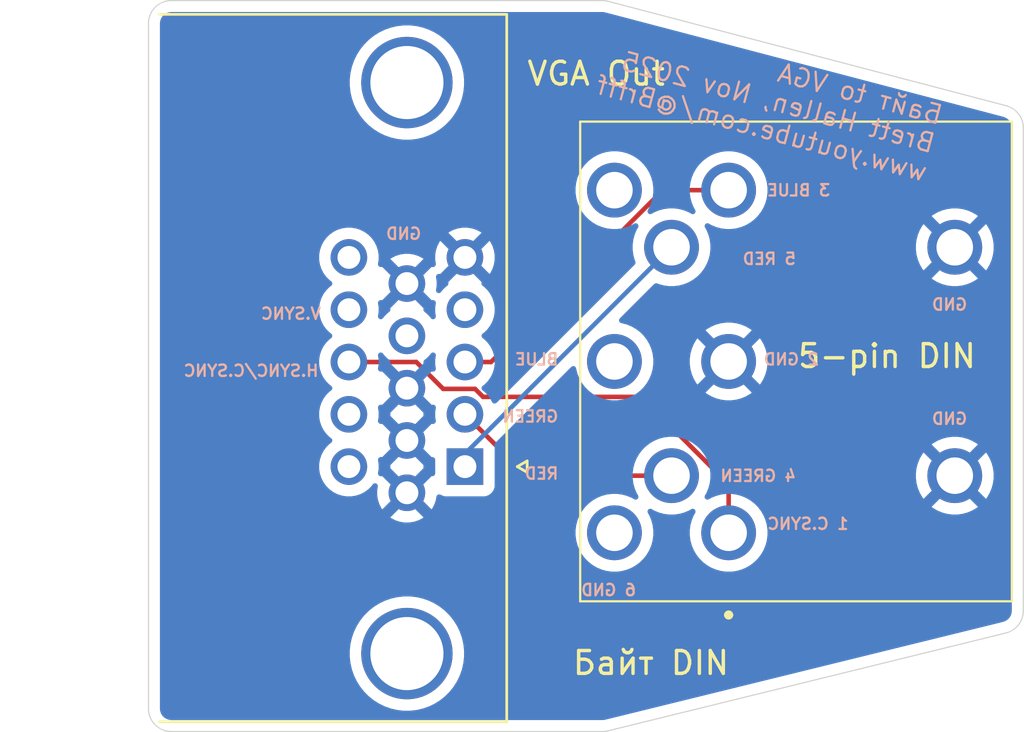
<source format=kicad_pcb>
(kicad_pcb (version 20241229) (generator "pcbnew") (generator_version "9.0")
  (title_block (title "Belarus Байт DIN to VGA") (date "20/NOV/2025") (rev "A") (company "Brett Hallen") (comment 1 "www.youtube.com/@Brfff"))
  (layers (0 "F.Cu" signal) (2 "B.Cu" signal) (13 "F.Paste" user) (15 "B.Paste" user) (5 "F.SilkS" user "F.Silkscreen") (7 "B.SilkS" user "B.Silkscreen") (1 "F.Mask" user) (3 "B.Mask" user) (25 "Edge.Cuts" user))
  (net 0 "")
  (net 5 "GND")
  (net 6 "RED")
  (net 7 "H.SYNC{slash}C.SYNC")
  (net 8 "BLUE")
  (net 11 "GREEN")
  (footprint "Connector_Dsub:DSUB-15-HD_Socket_Horizontal_P2.29x2.54mm_EdgePinOffset8.35mm_Housed_MountingHolesOffset10.89mm" (layer "F.Cu") (at 112.855 85.404338 -90)
    (property "Reference" "J1" (hide yes))
    (property "Value" "VGA Out" (at -17.204338 -5.745 180) (layer "F.SilkS"))
    (fp_line (start -19.8 13.37) (end -19.8 -1.83) (stroke (width 0.12)) (layer "F.SilkS"))
    (fp_line (start -19.8 -1.83) (end 11.17 -1.83) (stroke (width 0.12)) (layer "F.SilkS"))
    (fp_line (start 11.17 -1.83) (end 11.17 13.37) (stroke (width 0.12)) (layer "F.SilkS"))
    (fp_line (start 0 -2.291325) (end -0.25 -2.724338) (stroke (width 0.12)) (layer "F.SilkS"))
    (fp_line (start -0.25 -2.724338) (end 0.25 -2.724338) (stroke (width 0.12)) (layer "F.SilkS"))
    (fp_line (start 0.25 -2.724338) (end 0 -2.291325) (stroke (width 0.12)) (layer "F.SilkS"))
    (pad "0" thru_hole circle (at -16.815 2.54 270) (size 4 4) (drill 3.2) (layers "*.Cu" "*.Mask"))
    (pad "0" thru_hole circle (at 8.185 2.54 270) (size 4 4) (drill 3.2) (layers "*.Cu" "*.Mask"))
    (pad "1" thru_hole rect (at 0 0 270) (size 1.6 1.6) (drill 1) (layers "*.Cu" "*.Mask") (net 6 "RED"))
    (pad "2" thru_hole circle (at -2.29 0 270) (size 1.6 1.6) (drill 1) (layers "*.Cu" "*.Mask") (net 11 "GREEN"))
    (pad "3" thru_hole circle (at -4.58 0 270) (size 1.6 1.6) (drill 1) (layers "*.Cu" "*.Mask") (net 8 "BLUE"))
    (pad "4" thru_hole circle (at -6.87 0 270) (size 1.6 1.6) (drill 1) (layers "*.Cu" "*.Mask"))
    (pad "5" thru_hole circle (at -9.16 0 270) (size 1.6 1.6) (drill 1) (layers "*.Cu" "*.Mask") (net 5 "GND"))
    (pad "6" thru_hole circle (at 1.145 2.54 270) (size 1.6 1.6) (drill 1) (layers "*.Cu" "*.Mask") (net 5 "GND"))
    (pad "7" thru_hole circle (at -1.145 2.54 270) (size 1.6 1.6) (drill 1) (layers "*.Cu" "*.Mask") (net 5 "GND"))
    (pad "8" thru_hole circle (at -3.435 2.54 270) (size 1.6 1.6) (drill 1) (layers "*.Cu" "*.Mask") (net 5 "GND"))
    (pad "9" thru_hole circle (at -5.725 2.54 270) (size 1.6 1.6) (drill 1) (layers "*.Cu" "*.Mask"))
    (pad "10" thru_hole circle (at -8.015 2.54 270) (size 1.6 1.6) (drill 1) (layers "*.Cu" "*.Mask") (net 5 "GND"))
    (pad "11" thru_hole circle (at 0 5.08 270) (size 1.6 1.6) (drill 1) (layers "*.Cu" "*.Mask"))
    (pad "12" thru_hole circle (at -2.29 5.08 270) (size 1.6 1.6) (drill 1) (layers "*.Cu" "*.Mask"))
    (pad "13" thru_hole circle (at -4.58 5.08 270) (size 1.6 1.6) (drill 1) (layers "*.Cu" "*.Mask") (net 7 "H.SYNC{slash}C.SYNC"))
    (pad "14" thru_hole circle (at -6.87 5.08 270) (size 1.6 1.6) (drill 1) (layers "*.Cu" "*.Mask"))
    (pad "15" thru_hole circle (at -9.16 5.08 270) (size 1.6 1.6) (drill 1) (layers "*.Cu" "*.Mask"))
  )
  (footprint "Clueless_Engineer:6710801" (layer "F.Cu") (at 124.4 88.3 -90)
    (property "Reference" "J2" (hide yes))
    (property "Value" "Байт DIN" (hide yes))
    (fp_line (start -18 6.5) (end -18 -12.4) (stroke (width 0.1)) (layer "F.SilkS"))
    (fp_line (start 3 6.5) (end -18 6.5) (stroke (width 0.1)) (layer "F.SilkS"))
    (fp_line (start 3.6 0.1) (end 3.6 0.1) (stroke (width 0.2)) (layer "F.SilkS"))
    (fp_line (start 3.6 -0.1) (end 3.6 -0.1) (stroke (width 0.2)) (layer "F.SilkS"))
    (fp_line (start -18 -12.4) (end 3 -12.4) (stroke (width 0.1)) (layer "F.SilkS"))
    (fp_line (start 3 -12.4) (end 3 6.5) (stroke (width 0.1)) (layer "F.SilkS"))
    (fp_arc (start 3.6 0.1) (mid 3.5 0) (end 3.6 -0.1) (stroke (width 0.2)) (layer "F.SilkS"))
    (fp_arc (start 3.6 -0.1) (mid 3.7 0) (end 3.6 0.1) (stroke (width 0.2)) (layer "F.SilkS"))
    (pad "1" thru_hole circle (at 0 0 270) (size 2.4 2.4) (drill 1.6) (layers "*.Cu" "*.Mask") (net 7 "H.SYNC{slash}C.SYNC"))
    (pad "2" thru_hole circle (at -7.5 0 270) (size 2.4 2.4) (drill 1.6) (layers "*.Cu" "*.Mask") (net 5 "GND"))
    (pad "3" thru_hole circle (at -15 0 270) (size 2.4 2.4) (drill 1.6) (layers "*.Cu" "*.Mask") (net 8 "BLUE"))
    (pad "4" thru_hole circle (at -2.5 2.5 270) (size 2.4 2.4) (drill 1.6) (layers "*.Cu" "*.Mask") (net 11 "GREEN"))
    (pad "5" thru_hole circle (at -12.5 2.5 270) (size 2.4 2.4) (drill 1.6) (layers "*.Cu" "*.Mask") (net 6 "RED"))
    (pad "6" thru_hole circle (at 0 5 270) (size 2.4 2.4) (drill 1.6) (layers "*.Cu" "*.Mask"))
    (pad "7" thru_hole circle (at -15 5 270) (size 2.4 2.4) (drill 1.6) (layers "*.Cu" "*.Mask"))
    (pad "8" thru_hole circle (at -7.5 5 270) (size 2.4 2.4) (drill 1.6) (layers "*.Cu" "*.Mask"))
    (pad "MH1" thru_hole circle (at -2.5 -9.9 270) (size 2.4 2.4) (drill 1.6) (layers "*.Cu" "*.Mask") (net 5 "GND"))
    (pad "MH2" thru_hole circle (at -12.5 -9.9 270) (size 2.4 2.4) (drill 1.6) (layers "*.Cu" "*.Mask") (net 5 "GND"))
  )
  (gr_arc (start 100 97) (mid 99.292893 96.707107) (end 99 96) (stroke (width 0.05)) (layer "Edge.Cuts"))
  (gr_arc (start 136.553713 69.604252) (mid 137.091743 69.960677) (end 137.3 70.571532) (stroke (width 0.05)) (layer "Edge.Cuts"))
  (gr_line (start 137.3 70.571532) (end 137.3 91.716112) (stroke (width 0.05)) (layer "Edge.Cuts"))
  (gr_line (start 118.878854 97) (end 100 97) (stroke (width 0.05)) (layer "Edge.Cuts"))
  (gr_arc (start 137.3 91.716112) (mid 137.087011 92.333039) (end 136.538788 92.687183) (stroke (width 0.05)) (layer "Edge.Cuts"))
  (gr_line (start 99 96) (end 99 66) (stroke (width 0.05)) (layer "Edge.Cuts"))
  (gr_arc (start 119.117642 96.971072) (mid 118.999121 96.992742) (end 118.878854 97) (stroke (width 0.05)) (layer "Edge.Cuts"))
  (gr_line (start 136.538788 92.687183) (end 119.117642 96.971072) (stroke (width 0.05)) (layer "Edge.Cuts"))
  (gr_line (start 100 65) (end 118.871034 65) (stroke (width 0.05)) (layer "Edge.Cuts"))
  (gr_arc (start 99 66) (mid 99.292893 65.292893) (end 100 65) (stroke (width 0.05)) (layer "Edge.Cuts"))
  (gr_line (start 119.124747 65.03272) (end 136.553713 69.604252) (stroke (width 0.05)) (layer "Edge.Cuts"))
  (gr_arc (start 118.871034 65) (mid 118.998941 65.008214) (end 119.124747 65.03272) (stroke (width 0.05)) (layer "Edge.Cuts"))
  (gr_text "5-pin DIN" (at 127.35 81.15 0) (layer "F.SilkS") (effects (font (size 1 1)) (justify left bottom)))
  (gr_text "Байт DIN" (at 121 94 0) (layer "F.SilkS") (effects (font (size 1 1))))
  (gr_text "Байт to VGA\nBrett Hallen, Nov 2025\nwww.youtube.com/@Brfff" (at 133 73 345) (layer "B.SilkS") (effects (font (size 0.8 0.8) (thickness 0.1)) (justify left bottom mirror)))
  (gr_text "6 GND" (at 120.4 91.1 0) (layer "B.SilkS") (effects (font (size 0.5 0.5) (thickness 0.1) (bold yes)) (justify left bottom mirror)))
  (gr_text "4 GREEN" (at 127.4 86.1 0) (layer "B.SilkS") (effects (font (size 0.5 0.5) (thickness 0.1) (bold yes)) (justify left bottom mirror)))
  (gr_text "GND" (at 134.9 78.6 0) (layer "B.SilkS") (effects (font (size 0.5 0.5) (thickness 0.1) (bold yes)) (justify left bottom mirror)))
  (gr_text "BLUE" (at 117 81 0) (layer "B.SilkS") (effects (font (size 0.5 0.5) (thickness 0.1) (bold yes)) (justify left bottom mirror)))
  (gr_text "RED" (at 117 86 0) (layer "B.SilkS") (effects (font (size 0.5 0.5) (thickness 0.1) (bold yes)) (justify left bottom mirror)))
  (gr_text "5 RED" (at 127.4 76.6 0) (layer "B.SilkS") (effects (font (size 0.5 0.5) (thickness 0.1) (bold yes)) (justify left bottom mirror)))
  (gr_text "2 GND" (at 128.4 81 0) (layer "B.SilkS") (effects (font (size 0.5 0.5) (thickness 0.1) (bold yes)) (justify left bottom mirror)))
  (gr_text "GND" (at 111 75.5 0) (layer "B.SilkS") (effects (font (size 0.5 0.5) (thickness 0.1) (bold yes)) (justify left bottom mirror)))
  (gr_text "V.SYNC" (at 106.6 79 0) (layer "B.SilkS") (effects (font (size 0.5 0.5) (thickness 0.1) (bold yes)) (justify left bottom mirror)))
  (gr_text "H.SYNC/C.SYNC" (at 106.5 81.5 0) (layer "B.SilkS") (effects (font (size 0.5 0.5) (thickness 0.1) (bold yes)) (justify left bottom mirror)))
  (gr_text "GREEN" (at 117 83.5 0) (layer "B.SilkS") (effects (font (size 0.5 0.5) (thickness 0.1) (bold yes)) (justify left bottom mirror)))
  (gr_text "1 C.SYNC" (at 129.7 88.2 0) (layer "B.SilkS") (effects (font (size 0.5 0.5) (thickness 0.1) (bold yes)) (justify left bottom mirror)))
  (gr_text "GND" (at 134.9 83.6 0) (layer "B.SilkS") (effects (font (size 0.5 0.5) (thickness 0.1) (bold yes)) (justify left bottom mirror)))
  (gr_text "3 BLUE" (at 128.9 73.6 0) (layer "B.SilkS") (effects (font (size 0.5 0.5) (thickness 0.1) (bold yes)) (justify left bottom mirror)))
  (segment (start 112.855 84.845) (end 112.855 85.404338) (width 0.2) (layer "B.Cu") (net 6))
  (segment (start 121.9 75.8) (end 112.855 84.845) (width 0.2) (layer "B.Cu") (net 6))
  (segment (start 124.4 86.177265) (end 120.573879 82.351144) (width 0.2) (layer "F.Cu") (net 7))
  (segment (start 124.4 88.3) (end 124.4 86.177265) (width 0.2) (layer "F.Cu") (net 7))
  (segment (start 111.902712 82) (end 110.72705 80.824338) (width 0.2) (layer "F.Cu") (net 7))
  (segment (start 113.648856 82.351144) (end 113.297712 82) (width 0.2) (layer "F.Cu") (net 7))
  (segment (start 120.573879 82.351144) (end 113.648856 82.351144) (width 0.2) (layer "F.Cu") (net 7))
  (segment (start 113.297712 82) (end 111.902712 82) (width 0.2) (layer "F.Cu") (net 7))
  (segment (start 110.72705 80.824338) (end 107.775 80.824338) (width 0.2) (layer "F.Cu") (net 7))
  (segment (start 124.4 73.3) (end 121.522735 73.3) (width 0.2) (layer "F.Cu") (net 8))
  (segment (start 121.522735 73.3) (end 113.998397 80.824338) (width 0.2) (layer "F.Cu") (net 8))
  (segment (start 113.998397 80.824338) (end 112.855 80.824338) (width 0.2) (layer "F.Cu") (net 8))
  (segment (start 121.9 85.8) (end 115.540662 85.8) (width 0.2) (layer "F.Cu") (net 11))
  (segment (start 115.540662 85.8) (end 112.855 83.114338) (width 0.2) (layer "F.Cu") (net 11))
  (zone (net 5) (net_name "GND") (layer "B.Cu") (connect_pads (clearance 0.5)) (min_thickness 0.25) (fill yes (thermal_gap 0.5) (thermal_bridge_width 0.5))
    (polygon (pts (xy 99 65) (xy 119 65) (xy 137.3 69.8) (xy 137.3 92.5) (xy 119 97) (xy 99 97)))
  )
)
</source>
